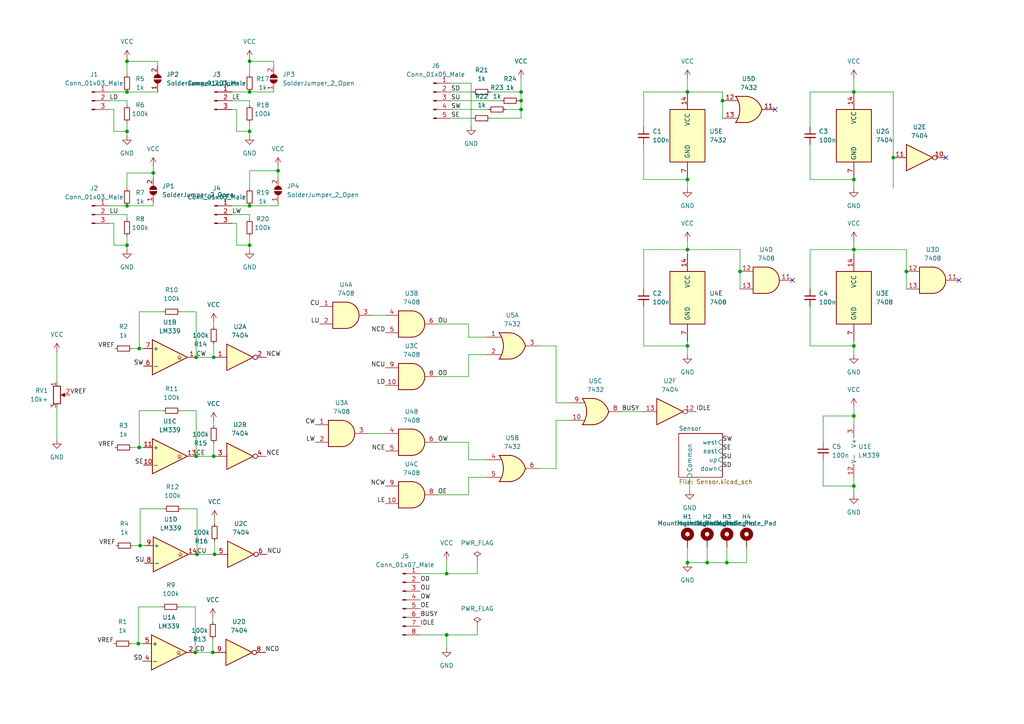
<source format=kicad_sch>
(kicad_sch (version 20211123) (generator eeschema)
  (paper "A4")
  (lib_symbols
    (symbol "74xx:74HC04"
      (property "Reference" "U" (at 0 1.27 0))
      (property "Value" "74HC04" (at 0 -1.27 0))
      (symbol "74HC04_1_0"
        (pin input line (at -7.62 0 0) (length 3.81) (name "~") (number "1"))
        (pin output inverted (at 7.62 0 180) (length 3.81) (name "~") (number "2"))
      )
      (symbol "74HC04_2_0"
        (pin input line (at -7.62 0 0) (length 3.81) (name "~") (number "3"))
        (pin output inverted (at 7.62 0 180) (length 3.81) (name "~") (number "4"))
      )
      (symbol "74HC04_3_0"
        (pin input line (at -7.62 0 0) (length 3.81) (name "~") (number "5"))
        (pin output inverted (at 7.62 0 180) (length 3.81) (name "~") (number "6"))
      )
      (symbol "74HC04_4_0"
        (pin output inverted (at 7.62 0 180) (length 3.81) (name "~") (number "8"))
        (pin input line (at -7.62 0 0) (length 3.81) (name "~") (number "9"))
      )
      (symbol "74HC04_5_0"
        (pin output inverted (at 7.62 0 180) (length 3.81) (name "~") (number "10"))
        (pin input line (at -7.62 0 0) (length 3.81) (name "~") (number "11"))
      )
      (symbol "74HC04_6_0"
        (pin output inverted (at 7.62 0 180) (length 3.81) (name "~") (number "12"))
        (pin input line (at -7.62 0 0) (length 3.81) (name "~") (number "13"))
      )
      (symbol "74HC04_7_0"
        (pin power_in line (at 0 12.7 270) (length 5.08) (name "VCC") (number "14"))
        (pin power_in line (at 0 -12.7 90) (length 5.08) (name "GND") (number "7"))
      )
    )
    (symbol "74xx:74LS08" (pin_names (offset 1.016))
      (property "Reference" "U" (at 0 1.27 0))
      (property "Value" "74LS08" (at 0 -1.27 0))
      (symbol "74LS08_1_1"
        (pin input line (at -7.62 2.54 0) (length 3.81) (name "~") (number "1"))
        (pin input line (at -7.62 -2.54 0) (length 3.81) (name "~") (number "2"))
        (pin output line (at 7.62 0 180) (length 3.81) (name "~") (number "3"))
      )
      (symbol "74LS08_1_2"
        (pin input inverted (at -7.62 2.54 0) (length 4.318) (name "~") (number "1"))
        (pin input inverted (at -7.62 -2.54 0) (length 4.318) (name "~") (number "2"))
        (pin output inverted (at 7.62 0 180) (length 3.81) (name "~") (number "3"))
      )
      (symbol "74LS08_2_1"
        (pin input line (at -7.62 2.54 0) (length 3.81) (name "~") (number "4"))
        (pin input line (at -7.62 -2.54 0) (length 3.81) (name "~") (number "5"))
        (pin output line (at 7.62 0 180) (length 3.81) (name "~") (number "6"))
      )
      (symbol "74LS08_2_2"
        (pin input inverted (at -7.62 2.54 0) (length 4.318) (name "~") (number "4"))
        (pin input inverted (at -7.62 -2.54 0) (length 4.318) (name "~") (number "5"))
        (pin output inverted (at 7.62 0 180) (length 3.81) (name "~") (number "6"))
      )
      (symbol "74LS08_3_1"
        (pin input line (at -7.62 -2.54 0) (length 3.81) (name "~") (number "10"))
        (pin output line (at 7.62 0 180) (length 3.81) (name "~") (number "8"))
        (pin input line (at -7.62 2.54 0) (length 3.81) (name "~") (number "9"))
      )
      (symbol "74LS08_3_2"
        (pin input inverted (at -7.62 -2.54 0) (length 4.318) (name "~") (number "10"))
        (pin output inverted (at 7.62 0 180) (length 3.81) (name "~") (number "8"))
        (pin input inverted (at -7.62 2.54 0) (length 4.318) (name "~") (number "9"))
      )
      (symbol "74LS08_4_1"
        (pin output line (at 7.62 0 180) (length 3.81) (name "~") (number "11"))
        (pin input line (at -7.62 2.54 0) (length 3.81) (name "~") (number "12"))
        (pin input line (at -7.62 -2.54 0) (length 3.81) (name "~") (number "13"))
      )
      (symbol "74LS08_4_2"
        (pin output inverted (at 7.62 0 180) (length 3.81) (name "~") (number "11"))
        (pin input inverted (at -7.62 2.54 0) (length 4.318) (name "~") (number "12"))
        (pin input inverted (at -7.62 -2.54 0) (length 4.318) (name "~") (number "13"))
      )
      (symbol "74LS08_5_0"
        (pin power_in line (at 0 12.7 270) (length 5.08) (name "VCC") (number "14"))
        (pin power_in line (at 0 -12.7 90) (length 5.08) (name "GND") (number "7"))
      )
    )
    (symbol "74xx:74LS32" (pin_names (offset 1.016))
      (property "Reference" "U" (at 0 1.27 0))
      (property "Value" "74LS32" (at 0 -1.27 0))
      (symbol "74LS32_1_1"
        (pin input line (at -7.62 2.54 0) (length 4.318) (name "~") (number "1"))
        (pin input line (at -7.62 -2.54 0) (length 4.318) (name "~") (number "2"))
        (pin output line (at 7.62 0 180) (length 3.81) (name "~") (number "3"))
      )
      (symbol "74LS32_1_2"
        (pin input inverted (at -7.62 2.54 0) (length 3.81) (name "~") (number "1"))
        (pin input inverted (at -7.62 -2.54 0) (length 3.81) (name "~") (number "2"))
        (pin output inverted (at 7.62 0 180) (length 3.81) (name "~") (number "3"))
      )
      (symbol "74LS32_2_1"
        (pin input line (at -7.62 2.54 0) (length 4.318) (name "~") (number "4"))
        (pin input line (at -7.62 -2.54 0) (length 4.318) (name "~") (number "5"))
        (pin output line (at 7.62 0 180) (length 3.81) (name "~") (number "6"))
      )
      (symbol "74LS32_2_2"
        (pin input inverted (at -7.62 2.54 0) (length 3.81) (name "~") (number "4"))
        (pin input inverted (at -7.62 -2.54 0) (length 3.81) (name "~") (number "5"))
        (pin output inverted (at 7.62 0 180) (length 3.81) (name "~") (number "6"))
      )
      (symbol "74LS32_3_1"
        (pin input line (at -7.62 -2.54 0) (length 4.318) (name "~") (number "10"))
        (pin output line (at 7.62 0 180) (length 3.81) (name "~") (number "8"))
        (pin input line (at -7.62 2.54 0) (length 4.318) (name "~") (number "9"))
      )
      (symbol "74LS32_3_2"
        (pin input inverted (at -7.62 -2.54 0) (length 3.81) (name "~") (number "10"))
        (pin output inverted (at 7.62 0 180) (length 3.81) (name "~") (number "8"))
        (pin input inverted (at -7.62 2.54 0) (length 3.81) (name "~") (number "9"))
      )
      (symbol "74LS32_4_1"
        (pin output line (at 7.62 0 180) (length 3.81) (name "~") (number "11"))
        (pin input line (at -7.62 2.54 0) (length 4.318) (name "~") (number "12"))
        (pin input line (at -7.62 -2.54 0) (length 4.318) (name "~") (number "13"))
      )
      (symbol "74LS32_4_2"
        (pin output inverted (at 7.62 0 180) (length 3.81) (name "~") (number "11"))
        (pin input inverted (at -7.62 2.54 0) (length 3.81) (name "~") (number "12"))
        (pin input inverted (at -7.62 -2.54 0) (length 3.81) (name "~") (number "13"))
      )
      (symbol "74LS32_5_0"
        (pin power_in line (at 0 12.7 270) (length 5.08) (name "VCC") (number "14"))
        (pin power_in line (at 0 -12.7 90) (length 5.08) (name "GND") (number "7"))
      )
    )
    (symbol "Comparator:LM339" (pin_names (offset 0.127))
      (property "Reference" "U" (at 0 5.08 0))
      (property "Value" "LM339" (at 0 -5.08 0))
      (symbol "LM339_1_1"
        (pin open_collector line (at 7.62 0 180) (length 2.54) (name "~") (number "2"))
        (pin input line (at -7.62 -2.54 0) (length 2.54) (name "-") (number "4"))
        (pin input line (at -7.62 2.54 0) (length 2.54) (name "+") (number "5"))
      )
      (symbol "LM339_2_1"
        (pin open_collector line (at 7.62 0 180) (length 2.54) (name "~") (number "1"))
        (pin input line (at -7.62 -2.54 0) (length 2.54) (name "-") (number "6"))
        (pin input line (at -7.62 2.54 0) (length 2.54) (name "+") (number "7"))
      )
      (symbol "LM339_3_1"
        (pin input line (at -7.62 -2.54 0) (length 2.54) (name "-") (number "10"))
        (pin input line (at -7.62 2.54 0) (length 2.54) (name "+") (number "11"))
        (pin open_collector line (at 7.62 0 180) (length 2.54) (name "~") (number "13"))
      )
      (symbol "LM339_4_1"
        (pin open_collector line (at 7.62 0 180) (length 2.54) (name "~") (number "14"))
        (pin input line (at -7.62 -2.54 0) (length 2.54) (name "-") (number "8"))
        (pin input line (at -7.62 2.54 0) (length 2.54) (name "+") (number "9"))
      )
      (symbol "LM339_5_1"
        (pin power_in line (at -2.54 -7.62 90) (length 3.81) (name "V-") (number "12"))
        (pin power_in line (at -2.54 7.62 270) (length 3.81) (name "V+") (number "3"))
      )
    )
    (symbol "Connector:Conn_01x03_Male" (pin_names (offset 1.016) hide)
      (property "Reference" "J" (at 0 5.08 0))
      (property "Value" "Conn_01x03_Male" (at 0 -5.08 0))
      (symbol "Conn_01x03_Male_1_1"
        (pin passive line (at 5.08 2.54 180) (length 3.81) (name "Pin_1") (number "1"))
        (pin passive line (at 5.08 0 180) (length 3.81) (name "Pin_2") (number "2"))
        (pin passive line (at 5.08 -2.54 180) (length 3.81) (name "Pin_3") (number "3"))
      )
    )
    (symbol "Connector:Conn_01x05_Male" (pin_names (offset 1.016) hide)
      (property "Reference" "J" (at 0 7.62 0))
      (property "Value" "Conn_01x05_Male" (at 0 -7.62 0))
      (symbol "Conn_01x05_Male_1_1"
        (pin passive line (at 5.08 5.08 180) (length 3.81) (name "Pin_1") (number "1"))
        (pin passive line (at 5.08 2.54 180) (length 3.81) (name "Pin_2") (number "2"))
        (pin passive line (at 5.08 0 180) (length 3.81) (name "Pin_3") (number "3"))
        (pin passive line (at 5.08 -2.54 180) (length 3.81) (name "Pin_4") (number "4"))
        (pin passive line (at 5.08 -5.08 180) (length 3.81) (name "Pin_5") (number "5"))
      )
    )
    (symbol "Connector:Conn_01x08_Male" (pin_names (offset 1.016) hide)
      (property "Reference" "J" (at 0 10.16 0))
      (property "Value" "Conn_01x08_Male" (at 0 -12.7 0))
      (symbol "Conn_01x08_Male_1_1"
        (pin passive line (at 5.08 7.62 180) (length 3.81) (name "Pin_1") (number "1"))
        (pin passive line (at 5.08 5.08 180) (length 3.81) (name "Pin_2") (number "2"))
        (pin passive line (at 5.08 2.54 180) (length 3.81) (name "Pin_3") (number "3"))
        (pin passive line (at 5.08 0 180) (length 3.81) (name "Pin_4") (number "4"))
        (pin passive line (at 5.08 -2.54 180) (length 3.81) (name "Pin_5") (number "5"))
        (pin passive line (at 5.08 -5.08 180) (length 3.81) (name "Pin_6") (number "6"))
        (pin passive line (at 5.08 -7.62 180) (length 3.81) (name "Pin_7") (number "7"))
        (pin passive line (at 5.08 -10.16 180) (length 3.81) (name "Pin_8") (number "8"))
      )
    )
    (symbol "Device:C_Small" (pin_numbers hide) (pin_names (offset 0.254) hide)
      (property "Reference" "C" (at 0.254 1.778 0))
      (property "Value" "C_Small" (at 0.254 -2.032 0))
      (symbol "C_Small_1_1"
        (pin passive line (at 0 2.54 270) (length 2.032) (name "~") (number "1"))
        (pin passive line (at 0 -2.54 90) (length 2.032) (name "~") (number "2"))
      )
    )
    (symbol "Device:R_Potentiometer" (pin_names (offset 1.016) hide)
      (property "Reference" "RV" (at -4.445 0 90))
      (property "Value" "R_Potentiometer" (at -2.54 0 90))
      (symbol "R_Potentiometer_1_1"
        (pin passive line (at 0 3.81 270) (length 1.27) (name "1") (number "1"))
        (pin passive line (at 3.81 0 180) (length 1.27) (name "2") (number "2"))
        (pin passive line (at 0 -3.81 90) (length 1.27) (name "3") (number "3"))
      )
    )
    (symbol "Device:R_Small" (pin_numbers hide) (pin_names (offset 0.254) hide)
      (property "Reference" "R" (at 0.762 0.508 0))
      (property "Value" "R_Small" (at 0.762 -1.016 0))
      (symbol "R_Small_1_1"
        (pin passive line (at 0 2.54 270) (length 0.762) (name "~") (number "1"))
        (pin passive line (at 0 -2.54 90) (length 0.762) (name "~") (number "2"))
      )
    )
    (symbol "Jumper:SolderJumper_2_Open" (pin_names (offset 0) hide)
      (property "Reference" "JP" (at 0 2.032 0))
      (property "Value" "SolderJumper_2_Open" (at 0 -2.54 0))
      (symbol "SolderJumper_2_Open_1_1"
        (pin passive line (at -3.81 0 0) (length 2.54) (name "A") (number "1"))
        (pin passive line (at 3.81 0 180) (length 2.54) (name "B") (number "2"))
      )
    )
    (symbol "Mechanical:MountingHole_Pad" (pin_numbers hide) (pin_names (offset 1.016) hide)
      (property "Reference" "H" (at 0 6.35 0))
      (property "Value" "MountingHole_Pad" (at 0 4.445 0))
      (symbol "MountingHole_Pad_1_1"
        (pin input line (at 0 -2.54 90) (length 2.54) (name "1") (number "1"))
      )
    )
    (symbol "power:GND" (power) (pin_names (offset 0))
      (property "Value" "GND" (at 0 -3.81 0))
      (symbol "GND_1_1"
        (pin power_in line (at 0 0 270) (length 0) hide (name "GND") (number "1"))
      )
    )
    (symbol "power:PWR_FLAG" (power) (pin_numbers hide) (pin_names (offset 0) hide)
      (property "Value" "PWR_FLAG" (at 0 3.81 0))
      (symbol "PWR_FLAG_0_0"
        (pin power_out line (at 0 0 90) (length 0) (name "pwr") (number "1"))
      )
    )
    (symbol "power:VCC" (power) (pin_names (offset 0))
      (property "Value" "VCC" (at 0 3.81 0))
      (symbol "VCC_1_1"
        (pin power_in line (at 0 0 90) (length 0) hide (name "VCC") (number "1"))
      )
    )
  )
  (junction (at 61.976 103.632))
  (junction (at 247.65 26.67))
  (junction (at 247.65 100.33))
  (junction (at 210.82 163.195))
  (junction (at 40.64 158.242))
  (junction (at 56.896 132.334))
  (junction (at 214.63 78.74))
  (junction (at 72.39 38.1))
  (junction (at 262.89 78.74))
  (junction (at 247.65 120.65))
  (junction (at 247.65 72.39))
  (junction (at 61.976 132.334))
  (junction (at 199.39 163.195))
  (junction (at 36.83 17.78))
  (junction (at 199.39 72.39))
  (junction (at 151.13 31.75))
  (junction (at 247.65 52.07))
  (junction (at 36.83 26.67))
  (junction (at 199.39 52.07))
  (junction (at 72.39 26.67))
  (junction (at 72.39 71.12))
  (junction (at 199.39 100.33))
  (junction (at 72.39 59.69))
  (junction (at 259.08 45.72))
  (junction (at 151.13 29.21))
  (junction (at 36.83 38.1))
  (junction (at 40.386 129.794))
  (junction (at 72.39 17.78))
  (junction (at 151.13 26.67))
  (junction (at 56.896 103.632))
  (junction (at 209.55 29.21))
  (junction (at 44.45 50.165))
  (junction (at 61.722 189.23))
  (junction (at 36.83 59.69))
  (junction (at 40.386 101.092))
  (junction (at 36.83 71.12))
  (junction (at 199.39 26.67))
  (junction (at 129.54 184.15))
  (junction (at 62.23 160.782))
  (junction (at 80.645 49.53))
  (junction (at 129.54 166.37))
  (junction (at 205.105 163.195))
  (junction (at 56.642 189.23))
  (junction (at 247.65 140.97))
  (junction (at 57.15 160.782))
  (junction (at 40.132 186.69))
  (no_connect (at 274.32 45.72))
  (no_connect (at 278.13 81.28))
  (no_connect (at 229.87 81.28))
  (no_connect (at 224.79 31.75))
  (wire (pts (xy 16.51 118.364) (xy 16.51 127.508)))
  (wire (pts (xy 151.13 34.29) (xy 151.13 31.75)))
  (wire (pts (xy 38.354 101.092) (xy 40.386 101.092)))
  (wire (pts (xy 38.1 186.69) (xy 40.132 186.69)))
  (wire (pts (xy 80.645 59.055) (xy 80.645 59.69)))
  (wire (pts (xy 61.976 122.174) (xy 61.976 123.444)))
  (wire (pts (xy 33.02 71.12) (xy 36.83 71.12)))
  (wire (pts (xy 140.97 97.79) (xy 135.89 97.79)))
  (wire (pts (xy 79.375 19.05) (xy 79.375 17.78)))
  (wire (pts (xy 129.54 162.56) (xy 129.54 166.37)))
  (wire (pts (xy 106.68 125.73) (xy 111.76 125.73)))
  (wire (pts (xy 186.69 83.82) (xy 186.69 72.39)))
  (wire (pts (xy 214.63 72.39) (xy 214.63 78.74)))
  (wire (pts (xy 247.65 72.39) (xy 262.89 72.39)))
  (wire (pts (xy 40.386 119.126) (xy 40.386 129.794)))
  (wire (pts (xy 61.976 93.472) (xy 61.976 94.742)))
  (wire (pts (xy 129.54 184.15) (xy 121.92 184.15)))
  (wire (pts (xy 247.65 69.85) (xy 247.65 72.39)))
  (wire (pts (xy 72.39 38.1) (xy 72.39 39.37)))
  (wire (pts (xy 186.69 72.39) (xy 199.39 72.39)))
  (wire (pts (xy 72.39 35.56) (xy 72.39 38.1)))
  (wire (pts (xy 56.896 90.424) (xy 56.896 103.632)))
  (wire (pts (xy 135.89 133.35) (xy 135.89 128.27)))
  (wire (pts (xy 262.89 72.39) (xy 262.89 78.74)))
  (wire (pts (xy 31.75 62.23) (xy 36.83 62.23)))
  (wire (pts (xy 199.39 72.39) (xy 214.63 72.39)))
  (wire (pts (xy 68.58 64.77) (xy 68.58 71.12)))
  (wire (pts (xy 72.39 29.21) (xy 72.39 30.48)))
  (wire (pts (xy 142.24 26.67) (xy 151.13 26.67)))
  (wire (pts (xy 247.65 138.43) (xy 247.65 140.97)))
  (wire (pts (xy 199.39 99.06) (xy 199.39 100.33)))
  (wire (pts (xy 247.65 118.11) (xy 247.65 120.65)))
  (wire (pts (xy 36.83 38.1) (xy 36.83 39.37)))
  (wire (pts (xy 80.645 49.53) (xy 80.645 51.435)))
  (wire (pts (xy 199.39 69.85) (xy 199.39 72.39)))
  (wire (pts (xy 40.132 176.022) (xy 40.132 186.69)))
  (wire (pts (xy 129.54 187.96) (xy 129.54 184.15)))
  (wire (pts (xy 209.55 26.67) (xy 209.55 29.21)))
  (wire (pts (xy 138.43 166.37) (xy 129.54 166.37)))
  (wire (pts (xy 36.83 29.21) (xy 31.75 29.21)))
  (wire (pts (xy 135.89 138.43) (xy 135.89 143.51)))
  (wire (pts (xy 40.386 129.794) (xy 41.656 129.794)))
  (wire (pts (xy 156.21 100.33) (xy 161.29 100.33)))
  (wire (pts (xy 135.89 143.51) (xy 127 143.51)))
  (wire (pts (xy 186.69 26.67) (xy 199.39 26.67)))
  (wire (pts (xy 44.45 59.055) (xy 44.45 59.69)))
  (wire (pts (xy 61.976 99.822) (xy 61.976 103.632)))
  (wire (pts (xy 199.39 163.195) (xy 205.105 163.195)))
  (wire (pts (xy 138.43 181.61) (xy 138.43 184.15)))
  (wire (pts (xy 210.82 163.195) (xy 216.535 163.195)))
  (wire (pts (xy 33.02 31.75) (xy 33.02 38.1)))
  (wire (pts (xy 36.83 35.56) (xy 36.83 38.1)))
  (wire (pts (xy 52.578 147.574) (xy 57.15 147.574)))
  (wire (pts (xy 36.83 68.58) (xy 36.83 71.12)))
  (wire (pts (xy 234.95 100.33) (xy 247.65 100.33)))
  (wire (pts (xy 72.39 17.78) (xy 72.39 21.59)))
  (wire (pts (xy 165.1 121.92) (xy 161.29 121.92)))
  (wire (pts (xy 40.386 101.092) (xy 41.656 101.092)))
  (wire (pts (xy 151.13 29.21) (xy 151.13 26.67)))
  (wire (pts (xy 142.24 34.29) (xy 151.13 34.29)))
  (wire (pts (xy 47.244 90.424) (xy 40.386 90.424)))
  (wire (pts (xy 247.65 72.39) (xy 247.65 73.66)))
  (wire (pts (xy 52.07 176.022) (xy 56.642 176.022)))
  (wire (pts (xy 44.45 50.165) (xy 44.45 51.435)))
  (wire (pts (xy 45.72 17.78) (xy 36.83 17.78)))
  (wire (pts (xy 68.58 38.1) (xy 72.39 38.1)))
  (wire (pts (xy 161.29 116.84) (xy 165.1 116.84)))
  (wire (pts (xy 140.97 102.87) (xy 135.89 102.87)))
  (wire (pts (xy 161.29 100.33) (xy 161.29 116.84)))
  (wire (pts (xy 151.13 31.75) (xy 151.13 29.21)))
  (wire (pts (xy 72.39 26.67) (xy 79.375 26.67)))
  (wire (pts (xy 72.39 71.12) (xy 72.39 72.39)))
  (wire (pts (xy 137.16 26.67) (xy 130.81 26.67)))
  (wire (pts (xy 47.244 119.126) (xy 40.386 119.126)))
  (wire (pts (xy 238.76 120.65) (xy 247.65 120.65)))
  (wire (pts (xy 247.65 120.65) (xy 247.65 123.19)))
  (wire (pts (xy 247.65 100.33) (xy 247.65 102.87)))
  (wire (pts (xy 199.39 22.86) (xy 199.39 26.67)))
  (wire (pts (xy 38.608 158.242) (xy 40.64 158.242)))
  (wire (pts (xy 47.498 147.574) (xy 40.64 147.574)))
  (wire (pts (xy 46.99 176.022) (xy 40.132 176.022)))
  (wire (pts (xy 138.43 184.15) (xy 129.54 184.15)))
  (wire (pts (xy 36.83 71.12) (xy 36.83 72.39)))
  (wire (pts (xy 72.39 49.53) (xy 72.39 54.61)))
  (wire (pts (xy 140.97 138.43) (xy 135.89 138.43)))
  (wire (pts (xy 36.83 50.165) (xy 36.83 54.61)))
  (wire (pts (xy 52.324 119.126) (xy 56.896 119.126)))
  (wire (pts (xy 136.652 36.576) (xy 136.652 24.13)))
  (wire (pts (xy 135.89 102.87) (xy 135.89 109.22)))
  (wire (pts (xy 33.02 64.77) (xy 31.75 64.77)))
  (wire (pts (xy 259.08 45.72) (xy 259.08 26.67)))
  (wire (pts (xy 234.95 72.39) (xy 247.65 72.39)))
  (wire (pts (xy 31.75 59.69) (xy 36.83 59.69)))
  (wire (pts (xy 137.16 34.29) (xy 130.81 34.29)))
  (wire (pts (xy 186.69 88.9) (xy 186.69 100.33)))
  (wire (pts (xy 210.82 158.75) (xy 210.82 163.195)))
  (wire (pts (xy 56.896 119.126) (xy 56.896 132.334)))
  (wire (pts (xy 68.58 64.77) (xy 67.31 64.77)))
  (wire (pts (xy 145.415 29.21) (xy 130.81 29.21)))
  (wire (pts (xy 238.76 140.97) (xy 247.65 140.97)))
  (wire (pts (xy 234.95 83.82) (xy 234.95 72.39)))
  (wire (pts (xy 199.39 158.75) (xy 199.39 163.195)))
  (wire (pts (xy 141.605 31.75) (xy 130.81 31.75)))
  (wire (pts (xy 40.64 147.574) (xy 40.64 158.242)))
  (wire (pts (xy 199.39 72.39) (xy 199.39 73.66)))
  (wire (pts (xy 234.95 26.67) (xy 247.65 26.67)))
  (wire (pts (xy 247.65 99.06) (xy 247.65 100.33)))
  (wire (pts (xy 56.896 132.334) (xy 61.976 132.334)))
  (wire (pts (xy 72.39 63.5) (xy 72.39 62.23)))
  (wire (pts (xy 150.495 29.21) (xy 151.13 29.21)))
  (wire (pts (xy 36.83 17.145) (xy 36.83 17.78)))
  (wire (pts (xy 36.83 17.78) (xy 36.83 21.59)))
  (wire (pts (xy 61.722 179.07) (xy 61.722 180.34)))
  (wire (pts (xy 247.65 140.97) (xy 247.65 143.51)))
  (wire (pts (xy 135.89 128.27) (xy 127 128.27)))
  (wire (pts (xy 36.83 26.67) (xy 45.72 26.67)))
  (wire (pts (xy 56.642 189.23) (xy 61.722 189.23)))
  (wire (pts (xy 234.95 52.07) (xy 247.65 52.07)))
  (wire (pts (xy 205.105 158.75) (xy 205.105 163.195)))
  (wire (pts (xy 72.39 17.145) (xy 72.39 17.78)))
  (wire (pts (xy 79.375 17.78) (xy 72.39 17.78)))
  (wire (pts (xy 186.69 52.07) (xy 199.39 52.07)))
  (wire (pts (xy 38.354 129.794) (xy 40.386 129.794)))
  (wire (pts (xy 161.29 135.89) (xy 156.21 135.89)))
  (wire (pts (xy 45.72 19.05) (xy 45.72 17.78)))
  (wire (pts (xy 129.54 166.37) (xy 121.92 166.37)))
  (wire (pts (xy 199.39 26.67) (xy 209.55 26.67)))
  (wire (pts (xy 214.63 78.74) (xy 214.63 83.82)))
  (wire (pts (xy 161.29 121.92) (xy 161.29 135.89)))
  (wire (pts (xy 186.69 100.33) (xy 199.39 100.33)))
  (wire (pts (xy 209.55 29.21) (xy 209.55 34.29)))
  (wire (pts (xy 234.95 36.83) (xy 234.95 26.67)))
  (wire (pts (xy 238.76 133.35) (xy 238.76 140.97)))
  (wire (pts (xy 36.83 59.69) (xy 44.45 59.69)))
  (wire (pts (xy 68.58 71.12) (xy 72.39 71.12)))
  (wire (pts (xy 216.535 163.195) (xy 216.535 158.75)))
  (wire (pts (xy 36.83 62.23) (xy 36.83 63.5)))
  (wire (pts (xy 57.15 147.574) (xy 57.15 160.782)))
  (wire (pts (xy 72.39 68.58) (xy 72.39 71.12)))
  (wire (pts (xy 67.31 26.67) (xy 72.39 26.67)))
  (wire (pts (xy 259.08 26.67) (xy 247.65 26.67)))
  (wire (pts (xy 52.324 90.424) (xy 56.896 90.424)))
  (wire (pts (xy 68.58 31.75) (xy 67.31 31.75)))
  (wire (pts (xy 16.51 102.108) (xy 16.51 110.744)))
  (wire (pts (xy 33.02 38.1) (xy 36.83 38.1)))
  (wire (pts (xy 80.645 59.69) (xy 72.39 59.69)))
  (wire (pts (xy 186.69 41.91) (xy 186.69 52.07)))
  (wire (pts (xy 62.23 156.972) (xy 62.23 160.782)))
  (wire (pts (xy 259.08 45.72) (xy 259.08 54.61)))
  (wire (pts (xy 56.642 176.022) (xy 56.642 189.23)))
  (wire (pts (xy 186.69 36.83) (xy 186.69 26.67)))
  (wire (pts (xy 238.76 128.27) (xy 238.76 120.65)))
  (wire (pts (xy 140.97 133.35) (xy 135.89 133.35)))
  (wire (pts (xy 36.83 50.165) (xy 44.45 50.165)))
  (wire (pts (xy 130.81 24.13) (xy 136.652 24.13)))
  (wire (pts (xy 33.02 31.75) (xy 31.75 31.75)))
  (wire (pts (xy 205.105 163.195) (xy 210.82 163.195)))
  (wire (pts (xy 36.83 29.21) (xy 36.83 30.48)))
  (wire (pts (xy 127 109.22) (xy 135.89 109.22)))
  (wire (pts (xy 33.02 64.77) (xy 33.02 71.12)))
  (wire (pts (xy 72.39 29.21) (xy 67.31 29.21)))
  (wire (pts (xy 151.13 26.67) (xy 151.13 22.86)))
  (wire (pts (xy 40.132 186.69) (xy 41.402 186.69)))
  (wire (pts (xy 57.15 160.782) (xy 62.23 160.782)))
  (wire (pts (xy 62.23 150.622) (xy 62.23 151.892)))
  (wire (pts (xy 234.95 88.9) (xy 234.95 100.33)))
  (wire (pts (xy 68.58 31.75) (xy 68.58 38.1)))
  (wire (pts (xy 61.722 185.42) (xy 61.722 189.23)))
  (wire (pts (xy 247.65 52.07) (xy 247.65 54.61)))
  (wire (pts (xy 31.75 26.67) (xy 36.83 26.67)))
  (wire (pts (xy 247.65 22.86) (xy 247.65 26.67)))
  (wire (pts (xy 135.89 93.98) (xy 127 93.98)))
  (wire (pts (xy 40.386 90.424) (xy 40.386 101.092)))
  (wire (pts (xy 56.896 103.632) (xy 61.976 103.632)))
  (wire (pts (xy 138.43 162.56) (xy 138.43 166.37)))
  (wire (pts (xy 200.025 138.43) (xy 200.025 142.24)))
  (wire (pts (xy 135.89 97.79) (xy 135.89 93.98)))
  (wire (pts (xy 234.95 41.91) (xy 234.95 52.07)))
  (wire (pts (xy 72.39 62.23) (xy 67.31 62.23)))
  (wire (pts (xy 61.976 128.524) (xy 61.976 132.334)))
  (wire (pts (xy 199.39 100.33) (xy 199.39 102.87)))
  (wire (pts (xy 67.31 59.69) (xy 72.39 59.69)))
  (wire (pts (xy 180.34 119.38) (xy 186.69 119.38)))
  (wire (pts (xy 44.45 48.26) (xy 44.45 50.165)))
  (wire (pts (xy 107.95 91.44) (xy 111.76 91.44)))
  (wire (pts (xy 262.89 78.74) (xy 262.89 83.82)))
  (wire (pts (xy 40.64 158.242) (xy 41.91 158.242)))
  (wire (pts (xy 146.685 31.75) (xy 151.13 31.75)))
  (wire (pts (xy 80.645 48.26) (xy 80.645 49.53)))
  (wire (pts (xy 72.39 49.53) (xy 80.645 49.53)))
  (wire (pts (xy 199.39 52.07) (xy 199.39 54.61)))
  (label "NCU" (at 111.76 106.68 180))
  (label "LU" (at 31.75 62.23 0))
  (label "BUSY" (at 121.92 179.07 0))
  (label "OD" (at 121.92 168.91 0))
  (label "CW" (at 91.44 123.19 180))
  (label "SU" (at 130.81 29.21 0))
  (label "NCW" (at 111.76 140.97 180))
  (label "LD" (at 31.75 29.21 0))
  (label "OW" (at 121.92 173.99 0))
  (label "VREF" (at 33.274 101.092 180))
  (label "LW" (at 91.44 128.27 180))
  (label "SD" (at 209.55 135.89 0))
  (label "IDLE" (at 201.93 119.38 0))
  (label "VREF" (at 20.32 114.554 0))
  (label "NCU" (at 77.47 160.782 0))
  (label "OD" (at 127 109.22 0))
  (label "NCE" (at 111.76 130.81 180))
  (label "NCE" (at 77.216 132.334 0))
  (label "OE" (at 127 143.51 0))
  (label "LU" (at 92.71 93.98 180))
  (label "OU" (at 121.92 171.45 0))
  (label "OE" (at 121.92 176.53 0))
  (label "CW" (at 56.896 103.632 0))
  (label "IDLE" (at 121.92 181.61 0))
  (label "SD" (at 130.81 26.67 0))
  (label "LD" (at 111.76 111.76 180))
  (label "NCW" (at 77.216 103.632 0))
  (label "LE" (at 67.31 29.21 0))
  (label "SE" (at 130.81 34.29 0))
  (label "OW" (at 127 128.27 0))
  (label "VREF" (at 33.02 186.69 180))
  (label "CU" (at 57.15 160.782 0))
  (label "OU" (at 127 93.98 0))
  (label "CE" (at 56.896 132.334 0))
  (label "NCD" (at 111.76 96.52 180))
  (label "VREF" (at 33.528 158.242 180))
  (label "SW" (at 41.656 106.172 180))
  (label "SE" (at 209.55 130.81 0))
  (label "CD" (at 56.642 189.23 0))
  (label "SD" (at 41.402 191.77 180))
  (label "BUSY" (at 180.34 119.38 0))
  (label "SU" (at 41.91 163.322 180))
  (label "VREF" (at 33.274 129.794 180))
  (label "SE" (at 41.656 134.874 180))
  (label "NCD" (at 76.962 189.23 0))
  (label "SW" (at 209.55 128.27 0))
  (label "SW" (at 130.81 31.75 0))
  (label "SU" (at 209.55 133.35 0))
  (label "LW" (at 67.31 62.23 0))
  (label "LE" (at 111.76 146.05 180))
  (label "CU" (at 92.71 88.9 180))
  (symbol (lib_id "Jumper:SolderJumper_2_Open") (at 80.645 55.245 90) (unit 1)
    (property "Reference" "JP4" (at 83.185 53.9749 90) (effects (justify right)))
    (property "Value" "SolderJumper_2_Open" (at 83.185 56.5149 90) (effects (justify right)))
    (property "Footprint" "Jumper:SolderJumper-2_P1.3mm_Open_RoundedPad1.0x1.5mm" (effects hide))
  )
  (symbol (lib_id "power:VCC") (at 16.51 102.108 0) (unit 1)
    (property "Reference" "#PWR01" (effects hide))
    (property "Value" "VCC" (at 16.51 97.028 0))
  )
  (symbol (lib_id "power:VCC") (at 72.39 17.145 0) (unit 1)
    (property "Reference" "#PWR011" (effects hide))
    (property "Value" "VCC" (at 72.39 12.065 0))
  )
  (symbol (lib_id "Device:R_Small") (at 61.976 125.984 0) (unit 1)
    (property "Reference" "R15" (at 58.166 128.524 0))
    (property "Value" "100k" (at 58.166 125.984 0))
    (property "Footprint" "Resistor_SMD:R_0603_1608Metric" (effects hide))
    (property "MPN" "C2907088" (effects hide))
  )
  (symbol (lib_id "power:GND") (at 247.65 102.87 0) (unit 1)
    (property "Reference" "#PWR028" (effects hide))
    (property "Value" "GND" (at 247.65 107.95 0))
  )
  (symbol (lib_id "74xx:74LS08") (at 119.38 93.98 0) (unit 2)
    (property "Reference" "U3" (at 119.38 85.09 0))
    (property "Value" "7408" (at 119.38 87.63 0))
    (property "Footprint" "Package_SO:SOIC-14_3.9x8.7mm_P1.27mm" (effects hide))
    (property "Datasheet" "http://www.ti.com/lit/gpn/sn74LS08" (effects hide))
    (property "MPN" "C337768" (effects hide))
  )
  (symbol (lib_id "74xx:74LS08") (at 247.65 86.36 0) (unit 5)
    (property "Reference" "U3" (at 254 85.0899 0) (effects (justify left)))
    (property "Value" "7408" (at 254 87.6299 0) (effects (justify left)))
    (property "Footprint" "Package_SO:SOIC-14_3.9x8.7mm_P1.27mm" (effects hide))
    (property "Datasheet" "http://www.ti.com/lit/gpn/sn74LS08" (effects hide))
    (property "MPN" "C337768" (effects hide))
  )
  (symbol (lib_id "power:PWR_FLAG") (at 138.43 181.61 0) (unit 1)
    (property "Reference" "#FLG02" (effects hide))
    (property "Value" "PWR_FLAG" (at 138.43 176.53 0))
  )
  (symbol (lib_id "power:GND") (at 247.65 143.51 0) (unit 1)
    (property "Reference" "#PWR030" (effects hide))
    (property "Value" "GND" (at 247.65 148.59 0))
  )
  (symbol (lib_id "74xx:74LS08") (at 199.39 86.36 0) (unit 5)
    (property "Reference" "U4" (at 205.74 85.0899 0) (effects (justify left)))
    (property "Value" "7408" (at 205.74 87.6299 0) (effects (justify left)))
    (property "Footprint" "Package_SO:SOIC-14_3.9x8.7mm_P1.27mm" (effects hide))
    (property "Datasheet" "http://www.ti.com/lit/gpn/sn74LS08" (effects hide))
    (property "MPN" "C337768" (effects hide))
  )
  (symbol (lib_id "Connector:Conn_01x03_Male") (at 26.67 62.23 0) (unit 1)
    (property "Reference" "J2" (at 27.305 54.61 0))
    (property "Value" "Conn_01x03_Male" (at 27.305 57.15 0))
    (property "Footprint" "Connector_PinHeader_2.54mm:PinHeader_1x03_P2.54mm_Vertical" (effects hide))
  )
  (symbol (lib_id "Device:R_Small") (at 147.955 29.21 90) (unit 1)
    (property "Reference" "R24" (at 147.955 22.86 90))
    (property "Value" "1k" (at 147.955 25.4 90))
    (property "Footprint" "Resistor_SMD:R_0603_1608Metric" (effects hide))
    (property "MPN" "C3152127" (effects hide))
  )
  (symbol (lib_id "74xx:74HC04") (at 69.342 189.23 0) (unit 4)
    (property "Reference" "U2" (at 69.342 180.34 0))
    (property "Value" "7404" (at 69.342 182.88 0))
    (property "Footprint" "Package_SO:SOIC-14_3.9x8.7mm_P1.27mm" (effects hide))
    (property "Datasheet" "https://assets.nexperia.com/documents/data-sheet/74HC_HCT04.pdf" (effects hide))
    (property "MPN" "C141316" (effects hide))
  )
  (symbol (lib_id "power:VCC") (at 44.45 48.26 0) (unit 1)
    (property "Reference" "#PWR06" (effects hide))
    (property "Value" "VCC" (at 44.45 43.18 0))
  )
  (symbol (lib_id "Device:R_Small") (at 35.56 186.69 90) (unit 1)
    (property "Reference" "R1" (at 35.56 180.34 90))
    (property "Value" "1k" (at 35.56 182.88 90))
    (property "Footprint" "Resistor_SMD:R_0603_1608Metric" (effects hide))
    (property "MPN" "C3152127" (effects hide))
  )
  (symbol (lib_id "Device:R_Potentiometer") (at 16.51 114.554 0) (unit 1)
    (property "Reference" "RV1" (at 13.97 113.2839 0) (effects (justify right)))
    (property "Value" "10k+" (at 13.97 115.8239 0) (effects (justify right)))
    (property "Footprint" "Potentiometer_THT:Potentiometer_Bourns_3296W_Vertical" (effects hide))
    (property "MPN" "C118963" (effects hide))
  )
  (symbol (lib_id "Jumper:SolderJumper_2_Open") (at 45.72 22.86 90) (unit 1)
    (property "Reference" "JP2" (at 48.26 21.5899 90) (effects (justify right)))
    (property "Value" "SolderJumper_2_Open" (at 48.26 24.1299 90) (effects (justify right)))
    (property "Footprint" "Jumper:SolderJumper-2_P1.3mm_Open_RoundedPad1.0x1.5mm" (effects hide))
  )
  (symbol (lib_id "Device:C_Small") (at 186.69 86.36 0) (unit 1)
    (property "Reference" "C2" (at 189.23 85.0962 0) (effects (justify left)))
    (property "Value" "100n" (at 189.23 87.6362 0) (effects (justify left)))
    (property "Footprint" "Capacitor_SMD:C_0603_1608Metric" (effects hide))
    (property "MPN" "C282519" (effects hide))
  )
  (symbol (lib_id "Device:C_Small") (at 234.95 39.37 0) (unit 1)
    (property "Reference" "C3" (at 237.49 38.1062 0) (effects (justify left)))
    (property "Value" "100n" (at 237.49 40.6462 0) (effects (justify left)))
    (property "Footprint" "Capacitor_SMD:C_0603_1608Metric" (effects hide))
    (property "MPN" "C282519" (effects hide))
  )
  (symbol (lib_id "Device:R_Small") (at 139.7 34.29 90) (unit 1)
    (property "Reference" "R22" (at 139.7 27.94 90))
    (property "Value" "1k" (at 139.7 30.48 90))
    (property "Footprint" "Resistor_SMD:R_0603_1608Metric" (effects hide))
    (property "MPN" "C3152127" (effects hide))
  )
  (symbol (lib_id "power:VCC") (at 61.976 93.472 0) (unit 1)
    (property "Reference" "#PWR08" (effects hide))
    (property "Value" "VCC" (at 61.976 88.392 0))
  )
  (symbol (lib_id "Device:C_Small") (at 234.95 86.36 0) (unit 1)
    (property "Reference" "C4" (at 237.49 85.0962 0) (effects (justify left)))
    (property "Value" "100n" (at 237.49 87.6362 0) (effects (justify left)))
    (property "Footprint" "Capacitor_SMD:C_0603_1608Metric" (effects hide))
    (property "MPN" "C282519" (effects hide))
  )
  (symbol (lib_id "74xx:74LS08") (at 119.38 109.22 0) (unit 3)
    (property "Reference" "U3" (at 119.38 100.33 0))
    (property "Value" "7408" (at 119.38 102.87 0))
    (property "Footprint" "Package_SO:SOIC-14_3.9x8.7mm_P1.27mm" (effects hide))
    (property "Datasheet" "http://www.ti.com/lit/gpn/sn74LS08" (effects hide))
    (property "MPN" "C337768" (effects hide))
  )
  (symbol (lib_id "Device:R_Small") (at 36.83 57.15 180) (unit 1)
    (property "Reference" "R7" (at 40.64 55.88 0))
    (property "Value" "1k" (at 40.64 58.42 0))
    (property "Footprint" "Resistor_SMD:R_0603_1608Metric" (effects hide))
    (property "MPN" "C3152127" (effects hide))
  )
  (symbol (lib_id "Device:R_Small") (at 61.722 182.88 0) (unit 1)
    (property "Reference" "R13" (at 57.912 185.42 0))
    (property "Value" "100k" (at 57.912 182.88 0))
    (property "Footprint" "Resistor_SMD:R_0603_1608Metric" (effects hide))
    (property "MPN" "C2907088" (effects hide))
  )
  (symbol (lib_id "Device:R_Small") (at 36.83 24.13 180) (unit 1)
    (property "Reference" "R5" (at 40.64 22.86 0))
    (property "Value" "1k" (at 40.64 25.4 0))
    (property "Footprint" "Resistor_SMD:R_0603_1608Metric" (effects hide))
    (property "MPN" "C3152127" (effects hide))
  )
  (symbol (lib_id "Jumper:SolderJumper_2_Open") (at 79.375 22.86 90) (unit 1)
    (property "Reference" "JP3" (at 81.915 21.5899 90) (effects (justify right)))
    (property "Value" "SolderJumper_2_Open" (at 81.915 24.1299 90) (effects (justify right)))
    (property "Footprint" "Jumper:SolderJumper-2_P1.3mm_Open_RoundedPad1.0x1.5mm" (effects hide))
  )
  (symbol (lib_id "74xx:74HC04") (at 69.596 132.334 0) (unit 2)
    (property "Reference" "U2" (at 69.596 123.19 0))
    (property "Value" "7404" (at 69.596 125.73 0))
    (property "Footprint" "Package_SO:SOIC-14_3.9x8.7mm_P1.27mm" (effects hide))
    (property "Datasheet" "https://assets.nexperia.com/documents/data-sheet/74HC_HCT04.pdf" (effects hide))
    (property "MPN" "C141316" (effects hide))
  )
  (symbol (lib_id "Device:R_Small") (at 36.83 33.02 180) (unit 1)
    (property "Reference" "R6" (at 40.64 30.48 0))
    (property "Value" "100k" (at 40.64 33.02 0))
    (property "Footprint" "Resistor_SMD:R_0603_1608Metric" (effects hide))
    (property "MPN" "C2907088" (effects hide))
  )
  (symbol (lib_id "Device:R_Small") (at 49.784 90.424 90) (unit 1)
    (property "Reference" "R10" (at 49.784 84.074 90))
    (property "Value" "100k" (at 49.784 86.614 90))
    (property "Footprint" "Resistor_SMD:R_0603_1608Metric" (effects hide))
    (property "MPN" "C2907088" (effects hide))
  )
  (symbol (lib_id "power:PWR_FLAG") (at 138.43 162.56 0) (unit 1)
    (property "Reference" "#FLG01" (effects hide))
    (property "Value" "PWR_FLAG" (at 138.43 157.48 0))
  )
  (symbol (lib_id "Device:R_Small") (at 72.39 24.13 180) (unit 1)
    (property "Reference" "R17" (at 76.2 22.86 0))
    (property "Value" "1k" (at 76.2 25.4 0))
    (property "Footprint" "Resistor_SMD:R_0603_1608Metric" (effects hide))
    (property "MPN" "C3152127" (effects hide))
  )
  (symbol (lib_id "Connector:Conn_01x03_Male") (at 62.23 29.21 0) (unit 1)
    (property "Reference" "J3" (at 62.865 21.59 0))
    (property "Value" "Conn_01x03_Male" (at 62.865 24.13 0))
    (property "Footprint" "Connector_PinHeader_2.54mm:PinHeader_1x03_P2.54mm_Vertical" (effects hide))
  )
  (symbol (lib_id "power:VCC") (at 199.39 69.85 0) (unit 1)
    (property "Reference" "#PWR021" (effects hide))
    (property "Value" "VCC" (at 199.39 64.77 0))
  )
  (symbol (lib_id "Device:R_Small") (at 139.7 26.67 90) (unit 1)
    (property "Reference" "R21" (at 139.7 20.32 90))
    (property "Value" "1k" (at 139.7 22.86 90))
    (property "Footprint" "Resistor_SMD:R_0603_1608Metric" (effects hide))
    (property "MPN" "C3152127" (effects hide))
  )
  (symbol (lib_id "Device:C_Small") (at 238.76 130.81 0) (unit 1)
    (property "Reference" "C5" (at 241.3 129.5462 0) (effects (justify left)))
    (property "Value" "100n" (at 241.3 132.0862 0) (effects (justify left)))
    (property "Footprint" "Capacitor_SMD:C_0603_1608Metric" (effects hide))
    (property "MPN" "C282519" (effects hide))
  )
  (symbol (lib_id "Comparator:LM339") (at 49.276 103.632 0) (unit 2)
    (property "Reference" "U1" (at 49.276 93.472 0))
    (property "Value" "LM339" (at 49.276 96.012 0))
    (property "Footprint" "Package_SO:SOIC-14_3.9x8.7mm_P1.27mm" (effects hide))
    (property "Datasheet" "https://www.st.com/resource/en/datasheet/lm139.pdf" (effects hide))
    (property "MPN" "C5456631" (effects hide))
  )
  (symbol (lib_id "Device:R_Small") (at 36.83 66.04 180) (unit 1)
    (property "Reference" "R8" (at 40.64 63.5 0))
    (property "Value" "100k" (at 40.64 66.04 0))
    (property "Footprint" "Resistor_SMD:R_0603_1608Metric" (effects hide))
    (property "MPN" "C2907088" (effects hide))
  )
  (symbol (lib_id "power:GND") (at 36.83 39.37 0) (unit 1)
    (property "Reference" "#PWR04" (effects hide))
    (property "Value" "GND" (at 36.83 44.45 0))
  )
  (symbol (lib_id "Mechanical:MountingHole_Pad") (at 205.105 156.21 0) (unit 1)
    (property "Reference" "H2" (at 205.105 149.86 0))
    (property "Value" "MountingHole_Pad" (at 205.105 151.765 0))
    (property "Footprint" "MountingHole:MountingHole_3.2mm_M3_DIN965_Pad" (effects hide))
  )
  (symbol (lib_id "74xx:74LS32") (at 172.72 119.38 0) (unit 3)
    (property "Reference" "U5" (at 172.72 110.49 0))
    (property "Value" "7432" (at 172.72 113.03 0))
    (property "Footprint" "Package_SO:SOIC-14_3.9x8.7mm_P1.27mm" (effects hide))
    (property "Datasheet" "http://www.ti.com/lit/gpn/sn74LS32" (effects hide))
    (property "MPN" "C132988" (effects hide))
  )
  (symbol (lib_id "74xx:74LS08") (at 119.38 143.51 0) (unit 3)
    (property "Reference" "U4" (at 119.38 134.62 0))
    (property "Value" "7408" (at 119.38 137.16 0))
    (property "Footprint" "Package_SO:SOIC-14_3.9x8.7mm_P1.27mm" (effects hide))
    (property "Datasheet" "http://www.ti.com/lit/gpn/sn74LS08" (effects hide))
    (property "MPN" "C337768" (effects hide))
  )
  (symbol (lib_id "74xx:74LS08") (at 270.51 81.28 0) (unit 4)
    (property "Reference" "U3" (at 270.51 72.39 0))
    (property "Value" "7408" (at 270.51 74.93 0))
    (property "Footprint" "Package_SO:SOIC-14_3.9x8.7mm_P1.27mm" (effects hide))
    (property "Datasheet" "http://www.ti.com/lit/gpn/sn74LS08" (effects hide))
    (property "MPN" "C337768" (effects hide))
  )
  (symbol (lib_id "power:GND") (at 199.39 163.195 0) (unit 1)
    (property "Reference" "#PWR023" (effects hide))
    (property "Value" "GND" (at 199.39 168.275 0))
  )
  (symbol (lib_id "power:GND") (at 72.39 72.39 0) (unit 1)
    (property "Reference" "#PWR013" (effects hide))
    (property "Value" "GND" (at 72.39 77.47 0))
  )
  (symbol (lib_id "Mechanical:MountingHole_Pad") (at 216.535 156.21 0) (unit 1)
    (property "Reference" "H4" (at 216.535 149.86 0))
    (property "Value" "MountingHole_Pad" (at 216.535 151.765 0))
    (property "Footprint" "MountingHole:MountingHole_3.2mm_M3_DIN965_Pad" (effects hide))
  )
  (symbol (lib_id "Connector:Conn_01x03_Male") (at 62.23 62.23 0) (unit 1)
    (property "Reference" "J4" (at 62.865 54.61 0))
    (property "Value" "Conn_01x03_Male" (at 62.865 57.15 0))
    (property "Footprint" "Connector_PinHeader_2.54mm:PinHeader_1x03_P2.54mm_Vertical" (effects hide))
  )
  (symbol (lib_id "power:VCC") (at 62.23 150.622 0) (unit 1)
    (property "Reference" "#PWR010" (effects hide))
    (property "Value" "VCC" (at 62.23 145.542 0))
  )
  (symbol (lib_id "Device:R_Small") (at 72.39 66.04 180) (unit 1)
    (property "Reference" "R20" (at 76.2 63.5 0))
    (property "Value" "100k" (at 76.2 66.04 0))
    (property "Footprint" "Resistor_SMD:R_0603_1608Metric" (effects hide))
    (property "MPN" "C2907088" (effects hide))
  )
  (symbol (lib_id "74xx:74LS08") (at 100.33 91.44 0) (unit 1)
    (property "Reference" "U4" (at 100.33 82.55 0))
    (property "Value" "7408" (at 100.33 85.09 0))
    (property "Footprint" "Package_SO:SOIC-14_3.9x8.7mm_P1.27mm" (effects hide))
    (property "Datasheet" "http://www.ti.com/lit/gpn/sn74LS08" (effects hide))
    (property "MPN" "C337768" (effects hide))
  )
  (symbol (lib_id "74xx:74HC04") (at 69.85 160.782 0) (unit 3)
    (property "Reference" "U2" (at 69.85 151.892 0))
    (property "Value" "7404" (at 69.85 154.432 0))
    (property "Footprint" "Package_SO:SOIC-14_3.9x8.7mm_P1.27mm" (effects hide))
    (property "Datasheet" "https://assets.nexperia.com/documents/data-sheet/74HC_HCT04.pdf" (effects hide))
    (property "MPN" "C141316" (effects hide))
  )
  (symbol (lib_id "Comparator:LM339") (at 49.53 160.782 0) (unit 4)
    (property "Reference" "U1" (at 49.53 150.622 0))
    (property "Value" "LM339" (at 49.53 153.162 0))
    (property "Footprint" "Package_SO:SOIC-14_3.9x8.7mm_P1.27mm" (effects hide))
    (property "Datasheet" "https://www.st.com/resource/en/datasheet/lm139.pdf" (effects hide))
    (property "MPN" "C5456631" (effects hide))
  )
  (symbol (lib_id "power:VCC") (at 247.65 22.86 0) (unit 1)
    (property "Reference" "#PWR025" (effects hide))
    (property "Value" "VCC" (at 247.65 17.78 0))
  )
  (symbol (lib_id "Device:R_Small") (at 72.39 33.02 180) (unit 1)
    (property "Reference" "R18" (at 76.2 30.48 0))
    (property "Value" "100k" (at 76.2 33.02 0))
    (property "Footprint" "Resistor_SMD:R_0603_1608Metric" (effects hide))
    (property "MPN" "C2907088" (effects hide))
  )
  (symbol (lib_id "Comparator:LM339") (at 49.022 189.23 0) (unit 1)
    (property "Reference" "U1" (at 49.022 179.07 0))
    (property "Value" "LM339" (at 49.022 181.61 0))
    (property "Footprint" "Package_SO:SOIC-14_3.9x8.7mm_P1.27mm" (effects hide))
    (property "Datasheet" "https://www.st.com/resource/en/datasheet/lm139.pdf" (effects hide))
    (property "MPN" "C5456631" (effects hide))
  )
  (symbol (lib_id "74xx:74LS08") (at 119.38 128.27 0) (unit 2)
    (property "Reference" "U4" (at 119.38 119.38 0))
    (property "Value" "7408" (at 119.38 121.92 0))
    (property "Footprint" "Package_SO:SOIC-14_3.9x8.7mm_P1.27mm" (effects hide))
    (property "Datasheet" "http://www.ti.com/lit/gpn/sn74LS08" (effects hide))
    (property "MPN" "C337768" (effects hide))
  )
  (symbol (lib_id "Connector:Conn_01x03_Male") (at 26.67 29.21 0) (unit 1)
    (property "Reference" "J1" (at 27.305 21.59 0))
    (property "Value" "Conn_01x03_Male" (at 27.305 24.13 0))
    (property "Footprint" "Connector_PinHeader_2.54mm:PinHeader_1x03_P2.54mm_Vertical" (effects hide))
  )
  (symbol (lib_id "Device:R_Small") (at 144.145 31.75 90) (unit 1)
    (property "Reference" "R23" (at 144.145 25.4 90))
    (property "Value" "1k" (at 144.145 27.94 90))
    (property "Footprint" "Resistor_SMD:R_0603_1608Metric" (effects hide))
    (property "MPN" "C3152127" (effects hide))
  )
  (symbol (lib_id "74xx:74LS32") (at 199.39 39.37 0) (unit 5)
    (property "Reference" "U5" (at 205.74 38.0999 0) (effects (justify left)))
    (property "Value" "7432" (at 205.74 40.6399 0) (effects (justify left)))
    (property "Footprint" "Package_SO:SOIC-14_3.9x8.7mm_P1.27mm" (effects hide))
    (property "Datasheet" "http://www.ti.com/lit/gpn/sn74LS32" (effects hide))
    (property "MPN" "C132988" (effects hide))
  )
  (symbol (lib_id "Mechanical:MountingHole_Pad") (at 199.39 156.21 0) (unit 1)
    (property "Reference" "H1" (at 199.39 149.86 0))
    (property "Value" "MountingHole_Pad" (at 199.39 151.765 0))
    (property "Footprint" "MountingHole:MountingHole_3.2mm_M3_DIN965_Pad" (effects hide))
  )
  (symbol (lib_id "74xx:74HC04") (at 194.31 119.38 0) (unit 6)
    (property "Reference" "U2" (at 194.31 110.49 0))
    (property "Value" "7404" (at 194.31 113.03 0))
    (property "Footprint" "Package_SO:SOIC-14_3.9x8.7mm_P1.27mm" (effects hide))
    (property "Datasheet" "https://assets.nexperia.com/documents/data-sheet/74HC_HCT04.pdf" (effects hide))
    (property "MPN" "C141316" (effects hide))
  )
  (symbol (lib_id "Device:R_Small") (at 36.068 158.242 90) (unit 1)
    (property "Reference" "R4" (at 36.068 151.892 90))
    (property "Value" "1k" (at 36.068 154.432 90))
    (property "Footprint" "Resistor_SMD:R_0603_1608Metric" (effects hide))
    (property "MPN" "C3152127" (effects hide))
  )
  (symbol (lib_id "power:VCC") (at 36.83 17.145 0) (unit 1)
    (property "Reference" "#PWR03" (effects hide))
    (property "Value" "VCC" (at 36.83 12.065 0))
  )
  (symbol (lib_id "power:GND") (at 199.39 102.87 0) (unit 1)
    (property "Reference" "#PWR022" (effects hide))
    (property "Value" "GND" (at 199.39 107.95 0))
  )
  (symbol (lib_id "power:GND") (at 200.025 142.24 0) (unit 1)
    (property "Reference" "#PWR024" (effects hide))
    (property "Value" "GND" (at 200.025 147.32 0))
  )
  (symbol (lib_id "Device:R_Small") (at 62.23 154.432 0) (unit 1)
    (property "Reference" "R16" (at 58.42 156.972 0))
    (property "Value" "100k" (at 58.42 154.432 0))
    (property "Footprint" "Resistor_SMD:R_0603_1608Metric" (effects hide))
    (property "MPN" "C2907088" (effects hide))
  )
  (symbol (lib_id "Comparator:LM339") (at 250.19 130.81 0) (unit 5)
    (property "Reference" "U1" (at 248.92 129.5399 0) (effects (justify left)))
    (property "Value" "LM339" (at 248.92 132.0799 0) (effects (justify left)))
    (property "Footprint" "Package_SO:SOIC-14_3.9x8.7mm_P1.27mm" (effects hide))
    (property "Datasheet" "https://www.st.com/resource/en/datasheet/lm139.pdf" (effects hide))
    (property "MPN" "C5456631" (effects hide))
  )
  (symbol (lib_id "Comparator:LM339") (at 49.276 132.334 0) (unit 3)
    (property "Reference" "U1" (at 49.276 122.174 0))
    (property "Value" "LM339" (at 49.276 124.714 0))
    (property "Footprint" "Package_SO:SOIC-14_3.9x8.7mm_P1.27mm" (effects hide))
    (property "Datasheet" "https://www.st.com/resource/en/datasheet/lm139.pdf" (effects hide))
    (property "MPN" "C5456631" (effects hide))
  )
  (symbol (lib_id "power:VCC") (at 129.54 162.56 0) (unit 1)
    (property "Reference" "#PWR015" (effects hide))
    (property "Value" "VCC" (at 129.54 157.48 0))
  )
  (symbol (lib_id "power:GND") (at 247.65 54.61 0) (unit 1)
    (property "Reference" "#PWR026" (effects hide))
    (property "Value" "GND" (at 247.65 59.69 0))
  )
  (symbol (lib_id "power:GND") (at 199.39 54.61 0) (unit 1)
    (property "Reference" "#PWR020" (effects hide))
    (property "Value" "GND" (at 199.39 59.69 0))
  )
  (symbol (lib_id "74xx:74HC04") (at 247.65 39.37 0) (unit 7)
    (property "Reference" "U2" (at 254 38.0999 0) (effects (justify left)))
    (property "Value" "7404" (at 254 40.6399 0) (effects (justify left)))
    (property "Footprint" "Package_SO:SOIC-14_3.9x8.7mm_P1.27mm" (effects hide))
    (property "Datasheet" "https://assets.nexperia.com/documents/data-sheet/74HC_HCT04.pdf" (effects hide))
    (property "MPN" "C141316" (effects hide))
  )
  (symbol (lib_id "power:VCC") (at 80.645 48.26 0) (unit 1)
    (property "Reference" "#PWR014" (effects hide))
    (property "Value" "VCC" (at 80.645 43.18 0))
  )
  (symbol (lib_id "74xx:74LS32") (at 217.17 31.75 0) (unit 4)
    (property "Reference" "U5" (at 217.17 22.86 0))
    (property "Value" "7432" (at 217.17 25.4 0))
    (property "Footprint" "Package_SO:SOIC-14_3.9x8.7mm_P1.27mm" (effects hide))
    (property "Datasheet" "http://www.ti.com/lit/gpn/sn74LS32" (effects hide))
    (property "MPN" "C132988" (effects hide))
  )
  (symbol (lib_id "Connector:Conn_01x08_Male") (at 116.84 173.99 0) (unit 1)
    (property "Reference" "J5" (at 117.475 161.29 0))
    (property "Value" "Conn_01x07_Male" (at 117.475 163.83 0))
    (property "Footprint" "Connector_PinHeader_2.54mm:PinHeader_1x08_P2.54mm_Vertical" (effects hide))
  )
  (symbol (lib_id "Device:R_Small") (at 35.814 101.092 90) (unit 1)
    (property "Reference" "R2" (at 35.814 94.742 90))
    (property "Value" "1k" (at 35.814 97.282 90))
    (property "Footprint" "Resistor_SMD:R_0603_1608Metric" (effects hide))
    (property "MPN" "C3152127" (effects hide))
  )
  (symbol (lib_id "Device:R_Small") (at 50.038 147.574 90) (unit 1)
    (property "Reference" "R12" (at 50.038 141.224 90))
    (property "Value" "100k" (at 50.038 143.764 90))
    (property "Footprint" "Resistor_SMD:R_0603_1608Metric" (effects hide))
    (property "MPN" "C2907088" (effects hide))
  )
  (symbol (lib_id "power:GND") (at 72.39 39.37 0) (unit 1)
    (property "Reference" "#PWR012" (effects hide))
    (property "Value" "GND" (at 72.39 44.45 0))
  )
  (symbol (lib_id "Device:R_Small") (at 49.53 176.022 90) (unit 1)
    (property "Reference" "R9" (at 49.53 169.672 90))
    (property "Value" "100k" (at 49.53 172.212 90))
    (property "Footprint" "Resistor_SMD:R_0603_1608Metric" (effects hide))
    (property "MPN" "C2907088" (effects hide))
  )
  (symbol (lib_id "74xx:74LS32") (at 148.59 135.89 0) (unit 2)
    (property "Reference" "U5" (at 148.59 127 0))
    (property "Value" "7432" (at 148.59 129.54 0))
    (property "Footprint" "Package_SO:SOIC-14_3.9x8.7mm_P1.27mm" (effects hide))
    (property "Datasheet" "http://www.ti.com/lit/gpn/sn74LS32" (effects hide))
    (property "MPN" "C132988" (effects hide))
  )
  (symbol (lib_id "power:GND") (at 129.54 187.96 0) (unit 1)
    (property "Reference" "#PWR016" (effects hide))
    (property "Value" "GND" (at 129.54 193.04 0))
  )
  (symbol (lib_id "Device:R_Small") (at 72.39 57.15 180) (unit 1)
    (property "Reference" "R19" (at 76.2 55.88 0))
    (property "Value" "1k" (at 76.2 58.42 0))
    (property "Footprint" "Resistor_SMD:R_0603_1608Metric" (effects hide))
    (property "MPN" "C3152127" (effects hide))
  )
  (symbol (lib_id "74xx:74LS08") (at 99.06 125.73 0) (unit 1)
    (property "Reference" "U3" (at 99.06 116.84 0))
    (property "Value" "7408" (at 99.06 119.38 0))
    (property "Footprint" "Package_SO:SOIC-14_3.9x8.7mm_P1.27mm" (effects hide))
    (property "Datasheet" "http://www.ti.com/lit/gpn/sn74LS08" (effects hide))
    (property "MPN" "C337768" (effects hide))
  )
  (symbol (lib_id "Jumper:SolderJumper_2_Open") (at 44.45 55.245 90) (unit 1)
    (property "Reference" "JP1" (at 46.99 53.9749 90) (effects (justify right)))
    (property "Value" "SolderJumper_2_Open" (at 46.99 56.5149 90) (effects (justify right)))
    (property "Footprint" "Jumper:SolderJumper-2_P1.3mm_Open_RoundedPad1.0x1.5mm" (effects hide))
  )
  (symbol (lib_id "74xx:74LS32") (at 148.59 100.33 0) (unit 1)
    (property "Reference" "U5" (at 148.59 91.44 0))
    (property "Value" "7432" (at 148.59 93.98 0))
    (property "Footprint" "Package_SO:SOIC-14_3.9x8.7mm_P1.27mm" (effects hide))
    (property "Datasheet" "http://www.ti.com/lit/gpn/sn74LS32" (effects hide))
    (property "MPN" "C132988" (effects hide))
  )
  (symbol (lib_id "power:GND") (at 16.51 127.508 0) (unit 1)
    (property "Reference" "#PWR02" (effects hide))
    (property "Value" "GND" (at 16.51 132.588 0))
  )
  (symbol (lib_id "Device:R_Small") (at 35.814 129.794 90) (unit 1)
    (property "Reference" "R3" (at 35.814 123.444 90))
    (property "Value" "1k" (at 35.814 125.984 90))
    (property "Footprint" "Resistor_SMD:R_0603_1608Metric" (effects hide))
    (property "MPN" "C3152127" (effects hide))
  )
  (symbol (lib_id "power:GND") (at 36.83 72.39 0) (unit 1)
    (property "Reference" "#PWR05" (effects hide))
    (property "Value" "GND" (at 36.83 77.47 0))
  )
  (symbol (lib_id "Device:C_Small") (at 186.69 39.37 0) (unit 1)
    (property "Reference" "C1" (at 189.23 38.1062 0) (effects (justify left)))
    (property "Value" "100n" (at 189.23 40.6462 0) (effects (justify left)))
    (property "Footprint" "Capacitor_SMD:C_0603_1608Metric" (effects hide))
    (property "MPN" "C282519" (effects hide))
  )
  (symbol (lib_id "power:VCC") (at 199.39 22.86 0) (unit 1)
    (property "Reference" "#PWR019" (effects hide))
    (property "Value" "VCC" (at 199.39 17.78 0))
  )
  (symbol (lib_id "Mechanical:MountingHole_Pad") (at 210.82 156.21 0) (unit 1)
    (property "Reference" "H3" (at 210.82 149.86 0))
    (property "Value" "MountingHole_Pad" (at 210.82 151.765 0))
    (property "Footprint" "MountingHole:MountingHole_3.2mm_M3_DIN965_Pad" (effects hide))
  )
  (symbol (lib_id "power:VCC") (at 247.65 118.11 0) (unit 1)
    (property "Reference" "#PWR029" (effects hide))
    (property "Value" "VCC" (at 247.65 113.03 0))
  )
  (symbol (lib_id "Connector:Conn_01x05_Male") (at 125.73 29.21 0) (unit 1)
    (property "Reference" "J6" (at 126.365 19.05 0))
    (property "Value" "Conn_01x05_Male" (at 126.365 21.59 0))
    (property "Footprint" "Connector_PinHeader_2.54mm:PinHeader_1x05_P2.54mm_Vertical" (effects hide))
  )
  (symbol (lib_id "power:VCC") (at 61.722 179.07 0) (unit 1)
    (property "Reference" "#PWR07" (effects hide))
    (property "Value" "VCC" (at 61.722 173.99 0))
  )
  (symbol (lib_id "power:VCC") (at 151.13 22.86 0) (unit 1)
    (property "Reference" "#PWR018" (effects hide))
    (property "Value" "VCC" (at 151.13 17.78 0))
  )
  (symbol (lib_id "power:VCC") (at 61.976 122.174 0) (unit 1)
    (property "Reference" "#PWR09" (effects hide))
    (property "Value" "VCC" (at 61.976 117.094 0))
  )
  (symbol (lib_id "74xx:74LS08") (at 222.25 81.28 0) (unit 4)
    (property "Reference" "U4" (at 222.25 72.39 0))
    (property "Value" "7408" (at 222.25 74.93 0))
    (property "Footprint" "Package_SO:SOIC-14_3.9x8.7mm_P1.27mm" (effects hide))
    (property "Datasheet" "http://www.ti.com/lit/gpn/sn74LS08" (effects hide))
    (property "MPN" "C337768" (effects hide))
  )
  (symbol (lib_id "74xx:74HC04") (at 266.7 45.72 0) (unit 5)
    (property "Reference" "U2" (at 266.7 36.83 0))
    (property "Value" "7404" (at 266.7 39.37 0))
    (property "Footprint" "Package_SO:SOIC-14_3.9x8.7mm_P1.27mm" (effects hide))
    (property "Datasheet" "https://assets.nexperia.com/documents/data-sheet/74HC_HCT04.pdf" (effects hide))
    (property "MPN" "C141316" (effects hide))
  )
  (symbol (lib_id "power:GND") (at 136.652 36.576 0) (unit 1)
    (property "Reference" "#PWR017" (effects hide))
    (property "Value" "GND" (at 136.652 41.656 0))
  )
  (symbol (lib_id "74xx:74HC04") (at 69.596 103.632 0) (unit 1)
    (property "Reference" "U2" (at 69.596 94.742 0))
    (property "Value" "7404" (at 69.596 97.282 0))
    (property "Footprint" "Package_SO:SOIC-14_3.9x8.7mm_P1.27mm" (effects hide))
    (property "Datasheet" "https://assets.nexperia.com/documents/data-sheet/74HC_HCT04.pdf" (effects hide))
    (property "MPN" "C141316" (effects hide))
  )
  (symbol (lib_id "Device:R_Small") (at 49.784 119.126 90) (unit 1)
    (property "Reference" "R11" (at 49.784 112.776 90))
    (property "Value" "100k" (at 49.784 115.316 90))
    (property "Footprint" "Resistor_SMD:R_0603_1608Metric" (effects hide))
    (property "MPN" "C2907088" (effects hide))
  )
  (symbol (lib_id "Device:R_Small") (at 61.976 97.282 0) (unit 1)
    (property "Reference" "R14" (at 58.166 99.822 0))
    (property "Value" "100k" (at 58.166 97.282 0))
    (property "Footprint" "Resistor_SMD:R_0603_1608Metric" (effects hide))
    (property "MPN" "C2907088" (effects hide))
  )
  (symbol (lib_id "power:VCC") (at 247.65 69.85 0) (unit 1)
    (property "Reference" "#PWR027" (effects hide))
    (property "Value" "VCC" (at 247.65 64.77 0))
  )
  (sheet (at 196.85 125.73) (size 12.7 12.7) (stroke (width 0.1524))
    (property "Sheet name" "Sensor" (at 196.85 125.0184 0) (effects (justify left bottom)))
    (property "Sheet file" "Sensor.kicad_sch" (at 196.85 139.0146 0) (effects (justify left top)))
    (pin "west" input (at 209.55 128.27 0))
    (pin "up" input (at 209.55 133.35 0))
    (pin "east" input (at 209.55 130.81 0))
    (pin "down" input (at 209.55 135.89 0))
    (pin "Common" input (at 200.025 138.43 270))
  )
)
</source>
